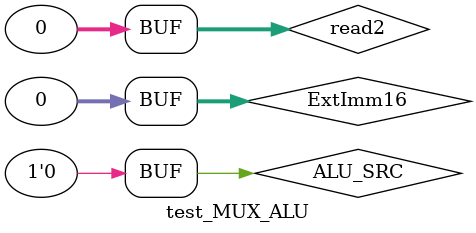
<source format=v>
`timescale 1ns / 1ps


module test_MUX_ALU;

	// Inputs
	reg ALU_SRC;
	reg [31:0] read2;
	reg [31:0] ExtImm16;

	// Outputs
	wire [31:0] SRC_B;

	// Instantiate the Unit Under Test (UUT)
	MUX_ALU uut (
		.ALU_SRC(ALU_SRC), 
		.read2(read2), 
		.ExtImm16(ExtImm16), 
		.SRC_B(SRC_B)
	);

	initial begin
		// Initialize Inputs
		ALU_SRC = 0;
		read2 = 0;
		ExtImm16 = 0;

		// Wait 100 ns for global reset to finish
		#100;
        
		// Add stimulus here

	end
      
endmodule


</source>
